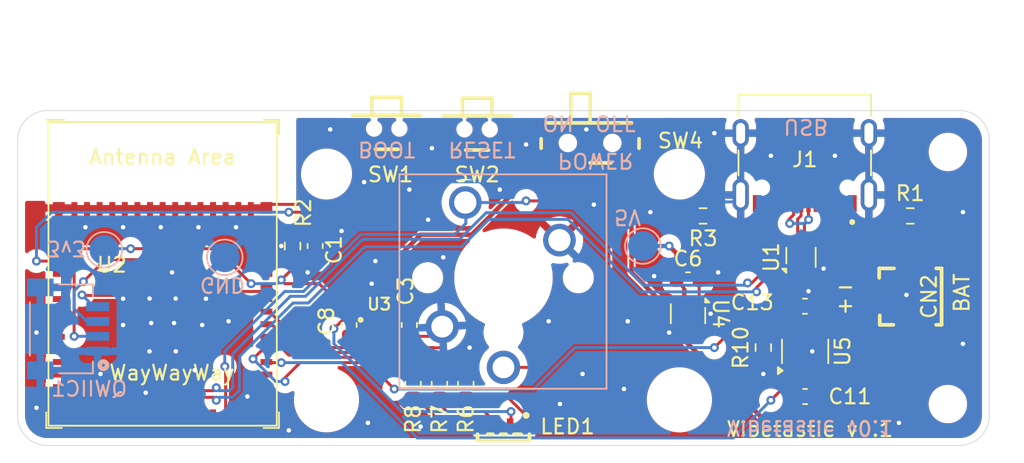
<source format=kicad_pcb>
(kicad_pcb (version 20241229) (generator "pcbnew") (generator_version "9.0")
  (layers (0 "F.Cu" signal) (2 "B.Cu" signal) (13 "F.Paste" user) (15 "B.Paste" user) (5 "F.SilkS" user "F.Silkscreen") (7 "B.SilkS" user "B.Silkscreen") (1 "F.Mask" user) (3 "B.Mask" user) (25 "Edge.Cuts" user))
  (net 0 "")
  (net 1 "GND")
  (net 2 "EN")
  (net 3 "Net-(LED1---Pad3)")
  (net 4 "+3V3")
  (net 5 "Net-(LED1---Pad1)")
  (net 6 "PWR")
  (net 7 "BAT+")
  (net 8 "Net-(LED1---Pad4)")
  (net 9 "USB_D-")
  (net 12 "Net-(J1-CC1)")
  (net 13 "Net-(J1-CC2)")
  (net 14 "RX")
  (net 15 "Net-(U5-PROG)")
  (net 16 "KEY")
  (net 17 "USB_D_IN-")
  (net 18 "USB_D_IN+")
  (net 19 "+5V")
  (net 22 "IO0")
  (net 24 "~{CHRG}")
  (net 26 "~{STDBY}")
  (net 28 "USB_D+")
  (net 30 "TX")
  (net 48 "PWR_IN")
  (net 53 "~{RED}")
  (net 54 "~{GREEN}")
  (net 55 "~{BLUE}")
  (footprint "Capacitor_SMD:C_0603_1608Metric" (layer "F.Cu") (at 165.621 86.868 180)
    (property "Reference" "C13")
    (property "Value" "2.2uF")
  )
  (footprint "easyeda2kicad:SW-SMD_TS24CA" (layer "F.Cu") (at 143.51 75.692)
    (property "Reference" "SW2")
    (property "Value" "TS24CA")
  )
  (footprint "Resistor_SMD:R_0603_1608Metric" (layer "F.Cu") (at 131.064 82.804 90)
    (property "Reference" "R2")
    (property "Value" "5.1K")
  )
  (footprint "Resistor_SMD:R_0603_1608Metric" (layer "F.Cu") (at 172.72 80.772 180)
    (property "Reference" "R1")
    (property "Value" "5.1K")
  )
  (footprint "Capacitor_SMD:C_0603_1608Metric" (layer "F.Cu") (at 132.588 82.804 -90)
    (property "Reference" "C1")
    (property "Value" "1uF")
  )
  (footprint "Resistor_SMD:R_0603_1608Metric" (layer "F.Cu") (at 158.75 80.772)
    (property "Reference" "R3")
    (property "Value" "5.1K")
  )
  (footprint "easyeda2kicad:SW-SMD_TS24CA" (layer "F.Cu") (at 137.414 75.642)
    (property "Reference" "SW1")
    (property "Value" "TS24CA")
  )
  (footprint "easyeda2kicad:CONN-SMD_1251SMT-2P" (layer "F.Cu") (at 171.456 86.218 90)
    (property "Reference" "CN2")
    (property "Value" "1251SMT-2P_C132528")
  )
  (footprint "Package_TO_SOT_SMD:SOT-23-6" (layer "F.Cu") (at 165.634 89.916 90)
    (property "Reference" "U5")
    (property "Value" "TP4057")
  )
  (footprint "Package_TO_SOT_SMD:SOT-666" (layer "F.Cu") (at 165.354 83.566 90)
    (property "Reference" "U1")
    (property "Value" "USBLC6-2P6")
  )
  (footprint "Capacitor_SMD:C_0603_1608Metric" (layer "F.Cu") (at 165.634 92.964 180)
    (property "Reference" "C11")
    (property "Value" "2.2uF")
  )
  (footprint "MountingHole:MountingHole_2.2mm_M2" (layer "F.Cu") (at 175.26 76.454)
    (property "Reference" "H1" (hide yes))
    (property "Value" "MountingHole")
  )
  (footprint "Resistor_SMD:R_0603_1608Metric" (layer "F.Cu") (at 142.748 92.202 90)
    (property "Reference" "R6")
    (property "Value" "220")
  )
  (footprint "NCP167BMX330TBG:VREG_NCP167BMX330TBG" (layer "F.Cu") (at 136.906 88.138)
    (property "Reference" "U3")
    (property "Value" "NCP167BMX330TBG")
  )
  (footprint "LED-SMD_L3.5-W1.0-H1.2-FM-3510RGBA-SG:LED-SMD_FM-3510RGBA-SG" (layer "F.Cu") (at 145.348 94.875 180)
    (property "Reference" "LED1")
    (property "Value" "FM-3510RGBA-SG")
  )
  (footprint "Capacitor_SMD:C_0603_1608Metric" (layer "F.Cu") (at 157.734 85.09)
    (property "Reference" "C6")
    (property "Value" "2.2uF")
  )
  (footprint "Package_TO_SOT_SMD:SOT-583-8" (layer "F.Cu") (at 157.734 87.376 -90)
    (property "Reference" "U4")
    (property "Value" "TPS2117DRLR_C22399676")
  )
  (footprint "TYPE-C-31-M-12:HRO_TYPE-C-31-M-12" (layer "F.Cu") (at 165.608 75.184 180)
    (property "Reference" "J1")
    (property "Value" "TYPE-C-31-M-12")
  )
  (footprint "easyeda2kicad:SW-SMD_MK-12C02-G020" (layer "F.Cu") (at 151.13 76.2 180)
    (property "Reference" "SW4")
    (property "Value" "MK-12C02-G020")
  )
  (footprint "PCM_Espressif:ESP32-S3-MINI-1" (layer "F.Cu") (at 122.3 87.234)
    (property "Reference" "U2")
    (property "Value" "ESP32-S3-MINI-1")
  )
  (footprint "Resistor_SMD:R_0603_1608Metric" (layer "F.Cu") (at 139.192 92.202 90)
    (property "Reference" "R8")
    (property "Value" "100")
  )
  (footprint "MountingHole:MountingHole_2.2mm_M2" (layer "F.Cu") (at 175.26 93.472)
    (property "Reference" "H2" (hide yes))
    (property "Value" "MountingHole")
  )
  (footprint "Resistor_SMD:R_0603_1608Metric" (layer "F.Cu") (at 140.97 92.202 90)
    (property "Reference" "R7")
    (property "Value" "100")
  )
  (footprint "Capacitor_SMD:C_0603_1608Metric" (layer "F.Cu") (at 138.938 88.138 -90)
    (property "Reference" "C3")
    (property "Value" "22uF")
  )
  (footprint "Resistor_SMD:R_0603_1608Metric" (layer "F.Cu") (at 162.814 89.662 -90)
    (property "Reference" "R10")
    (property "Value" "2.2K")
  )
  (footprint "Capacitor_SMD:C_0603_1608Metric" (layer "F.Cu") (at 134.874 88.138 -90)
    (property "Reference" "C8")
    (property "Value" "22uF")
  )
  (footprint "TestPoint:TestPoint_Pad_D2.0mm" (layer "B.Cu") (at 126.492 83.566)
    (property "Reference" "TP3" (hide yes))
    (property "Value" "TestPoint")
  )
  (footprint "TestPoint:TestPoint_Pad_D2.0mm" (layer "B.Cu") (at 118.364 83.058)
    (property "Reference" "TP2" (hide yes))
    (property "Value" "TestPoint")
  )
  (footprint "TestPoint:TestPoint_Pad_D2.0mm" (layer "B.Cu") (at 154.686 82.804)
    (property "Reference" "TP1" (hide yes))
    (property "Value" "TestPoint")
  )
  (footprint "Cherry MX:Cherry-combined-low-mx" (layer "B.Cu") (at 145.253 85.073 180)
    (property "Reference" "SW3" (hide yes))
    (property "Value" "SW_Push" (hide yes))
  )
  (footprint "SM04B-SRSS-TB_LF__SN_:JST_SM04B-SRSS-TB_LF__SN_" (layer "B.Cu") (at 117.921 88.398 90)
    (property "Reference" "QWIIC1")
    (property "Value" "SM04B-SRSS-TB_LF__SN_")
  )
  (gr_arc (start 176.054 73.66) (mid 177.468214 74.245786) (end 178.054 75.66) (stroke (width 0.05)) (layer "Edge.Cuts"))
  (gr_arc (start 114.522 96.266) (mid 113.107786 95.680214) (end 112.522 94.266) (stroke (width 0.05)) (layer "Edge.Cuts"))
  (gr_arc (start 178.054 94.266) (mid 177.468214 95.680214) (end 176.054 96.266) (stroke (width 0.05)) (layer "Edge.Cuts"))
  (gr_arc (start 112.522 75.66) (mid 113.107786 74.245786) (end 114.522 73.66) (stroke (width 0.05)) (layer "Edge.Cuts"))
  (gr_line (start 178.054 75.66) (end 178.054 94.266) (stroke (width 0.05)) (layer "Edge.Cuts"))
  (gr_line (start 112.522 94.266) (end 112.522 75.66) (stroke (width 0.05)) (layer "Edge.Cuts"))
  (gr_line (start 176.054 96.266) (end 114.522 96.266) (stroke (width 0.05)) (layer "Edge.Cuts"))
  (gr_line (start 114.522 73.66) (end 176.054 73.66) (stroke (width 0.05)) (layer "Edge.Cuts"))
  (gr_text "Vibetastic v0.1" (at 160.274 95.758 0) (layer "F.SilkS") (effects (font (size 1 1)) (justify left bottom)))
  (gr_text "+" (at 167.64 87.376 0) (layer "F.SilkS") (effects (font (size 1 1)) (justify left bottom)))
  (gr_text "-" (at 167.64 86.106 0) (layer "F.SilkS") (effects (font (size 1 1)) (justify left bottom)))
  (gr_text "BAT" (at 176.784 87.376 90) (layer "F.SilkS") (effects (font (size 1 1)) (justify left bottom)))
  (gr_text "WayWayWay" (at 118.618 91.948 0) (layer "F.SilkS") (effects (font (size 1 1)) (justify left bottom)))
  (gr_text "POWER" (at 148.844 76.454 180) (layer "B.SilkS") (effects (font (size 1 1)) (justify left bottom mirror)))
  (gr_text "OFF" (at 151.384 73.914 180) (layer "B.SilkS") (effects (font (size 1 1)) (justify left bottom mirror)))
  (gr_text "Vibetastic v0.1" (at 160.274 94.488 180) (layer "B.SilkS") (effects (font (size 1 1)) (justify left bottom mirror)))
  (gr_text "RESET" (at 141.478 75.692 180) (layer "B.SilkS") (effects (font (size 1 1)) (justify left bottom mirror)))
  (gr_text "GND" (at 124.714 84.836 180) (layer "B.SilkS") (effects (font (size 1 1)) (justify left bottom mirror)))
  (gr_text "5V" (at 152.654 80.264 180) (layer "B.SilkS") (effects (font (size 1 1)) (justify left bottom mirror)))
  (gr_text "BOOT" (at 135.382 75.692 180) (layer "B.SilkS") (effects (font (size 1 1)) (justify left bottom mirror)))
  (gr_text "USB" (at 164.084 74.168 180) (layer "B.SilkS") (effects (font (size 1 1)) (justify left bottom mirror)))
  (gr_text "3v3" (at 114.371008 82.375771 180) (layer "B.SilkS") (effects (font (size 1 1)) (justify left bottom mirror)))
  (gr_text "ON" (at 147.828 73.914 180) (layer "B.SilkS") (effects (font (size 1 1)) (justify left bottom mirror)))
  (segment (start 135.744 78.34) (end 135.89 78.486) (width 0.2) (layer "F.Cu") (net 1))
  (segment (start 135.114 74.872) (end 133.662 74.872) (width 0.2) (layer "F.Cu") (net 1))
  (segment (start 120.41 85.584) (end 119.634 86.36) (width 0.2) (layer "F.Cu") (net 1))
  (segment (start 130.302 82.804) (end 131.813 82.804) (width 0.2) (layer "F.Cu") (net 1))
  (segment (start 134.874 88.913) (end 136.051 88.913) (width 0.2) (layer "F.Cu") (net 1))
  (segment (start 120.38 88.884) (end 119.634 88.138) (width 0.2) (layer "F.Cu") (net 1))
  (segment (start 138.869957 88.981043) (end 136.119043 88.981043) (width 0.2) (layer "F.Cu") (net 1))
  (segment (start 120.538 87.234) (end 119.634 88.138) (width 0.2) (layer "F.Cu") (net 1))
  (segment (start 121.419 86.353) (end 123.07 88.004) (width 0.2) (layer "F.Cu") (net 1))
  (segment (start 141.21 75.452) (end 140.462 76.2) (width 0.2) (layer "F.Cu") (net 1))
  (segment (start 127.4 80.234) (end 127.4 81.388) (width 0.2) (layer "F.Cu") (net 1))
  (segment (start 156.984 86.636) (end 156.718 86.37) (width 0.2) (layer "F.Cu") (net 1))
  (segment (start 164.859 92.964) (end 165.634 92.189) (width 0.2) (layer "F.Cu") (net 1))
  (segment (start 122.3 89.028) (end 121.412 89.916) (width 0.2) (layer "F.Cu") (net 1))
  (segment (start 129.3 82.984) (end 130.122 82.984) (width 0.2) (layer "F.Cu") (net 1))
  (segment (start 128.03 92.964) (end 129.3 94.234) (width 0.2) (layer "F.Cu") (net 1))
  (segment (start 122.3 81.408) (end 122.174 81.534) (width 0.2) (layer "F.Cu") (net 1))
  (segment (start 119.75 81.418) (end 119.634 81.534) (width 0.2) (layer "F.Cu") (net 1))
  (segment (start 165.631642 83.865) (end 166.415 83.865) (width 0.2) (layer "F.Cu") (net 1))
  (segment (start 155.448 85.344) (end 155.448 84.836) (width 0.2) (layer "F.Cu") (net 1))
  (segment (start 156.74 86.636) (end 155.448 85.344) (width 0.2) (layer "F.Cu") (net 1))
  (segment (start 117.2 80.234) (end 117.2 81.428) (width 0.2) (layer "F.Cu") (net 1))
  (segment (start 156.984 86.636) (end 156.74 86.636) (width 0.2) (layer "F.Cu") (net 1))
  (segment (start 124.85 80.234) (end 124.85 81.398) (width 0.2) (layer "F.Cu") (net 1))
  (segment (start 130.122 82.984) (end 130.302 82.804) (width 0.2) (layer "F.Cu") (net 1))
  (segment (start 129.544 79.99) (end 134.386 79.99) (width 0.2) (layer "F.Cu") (net 1))
  (segment (start 122.3 85.218) (end 122.936 84.582) (width 0.2) (layer "F.Cu") (net 1))
  (segment (start 127.4 81.388) (end 127.254 81.534) (width 0.2) (layer "F.Cu") (net 1))
  (segment (start 121.531 88.003) (end 123.182 86.352) (width 0.2) (layer "F.Cu") (net 1))
  (segment (start 122.3 80.234) (end 122.3 81.408) (width 0.2) (layer "F.Cu") (net 1))
  (segment (start 165.634 90.398) (end 166.116 89.916) (width 0.2) (layer "F.Cu") (net 1))
  (segment (start 156.984 88.126) (end 156.464 88.646) (width 0.2) (layer "F.Cu") (net 1))
  (segment (start 124.064 87.234) (end 124.968 88.138) (width 0.2) (layer "F.Cu") (net 1))
  (segment (start 123.95 88.884) (end 120.65 88.884) (width 0.2) (layer "F.Cu") (net 1))
  (segment (start 120.65 87.234) (end 123.95 87.234) (width 0.2) (layer "F.Cu") (net 1))
  (segment (start 121.531 88.003) (end 120.65 88.884) (width 0.2) (layer "F.Cu") (net 1))
  (segment (start 122.936 84.582) (end 122.948 84.582) (width 0.2) (layer "F.Cu") (net 1))
  (segment (start 122.948 84.582) (end 123.95 85.584) (width 0.2) (layer "F.Cu") (net 1))
  (segment (start 136.826 88.138) (end 136.501 88.463) (width 0.2) (layer "F.Cu") (net 1))
  (segment (start 136.051 88.913) (end 136.501 88.463) (width 0.2) (layer "F.Cu") (net 1))
  (segment (start 120.65 85.584) (end 123.95 85.584) (width 0.2) (layer "F.Cu") (net 1))
  (segment (start 165.634 92.189) (end 165.634 91.0535) (width 0.2) (layer "F.Cu") (net 1))
  (segment (start 165.354 84.491) (end 165.354 84.142642) (width 0.2) (layer "F.Cu") (net 1))
  (segment (start 156.718 86.37) (end 156.718 86.36) (width 0.2) (layer "F.Cu") (net 1))
  (segment (start 115.3 80.234) (end 129.3 80.234) (width 0.2) (layer "F.Cu") (net 1))
  (segment (start 158.484 86.636) (end 158.484 85.115) (width 0.2) (layer "F.Cu") (net 1))
  (segment (start 138.951 88.9) (end 141.478 88.9) (width 0.2) (layer "F.Cu") (net 1))
  (segment (start 132.08 84.582) (end 132.588 84.074) (width 0.2) (layer "F.Cu") (net 1))
  (segment (start 124.85 81.398) (end 124.714 81.534) (width 0.2) (layer "F.Cu") (net 1))
  (segment (start 120.65 85.584) (end 121.419 86.353) (width 0.2) (layer "F.Cu") (net 1))
  (segment (start 133.662 74.872) (end 133.604 74.93) (width 0.2) (layer "F.Cu") (net 1))
  (segment (start 115.3 80.234) (end 115.3 82.134) (width 0.2) (layer "F.Cu") (net 1))
  (segment (start 136.119043 88.981043) (end 136.051 88.913) (width 0.2) (layer "F.Cu") (net 1))
  (segment (start 164.846 86.868) (end 165.862 85.852) (width 0.2) (layer "F.Cu") (net 1))
  (segment (start 124.348 87.234) (end 125.222 86.36) (width 0.2) (layer "F.Cu") (net 1))
  (segment (start 141.21 74.922) (end 141.21 75.452) (width 0.2) (layer "F.Cu") (net 1))
  (segment (start 134.386 79.99) (end 135.89 78.486) (width 0.2) (layer "F.Cu") (net 1))
  (segment (start 119.776 86.36) (end 120.65 87.234) (width 0.2) (layer "F.Cu") (net 1))
  (segment (start 159.258 85.09) (end 159.766 84.582) (width 0.2) (layer "F.Cu") (net 1))
  (segment (start 129.3 80.234) (end 129.544 79.99) (width 0.2) (layer "F.Cu") (net 1))
  (segment (start 117.2 81.428) (end 117.094 81.534) (width 0.2) (layer "F.Cu") (net 1))
  (segment (start 124.222 88.884) (end 124.968 88.138) (width 0.2) (layer "F.Cu") (net 1))
  (segment (start 165.634 91.0535) (end 165.634 90.398) (width 0.2) (layer "F.Cu") (net 1))
  (segment (start 135.744 76.412) (end 135.744 78.34) (width 0.2) (layer "F.Cu") (net 1))
  (segment (start 123.95 89.156) (end 123.19 89.916) (width 0.2) (layer "F.Cu") (net 1))
  (segment (start 158.509 85.09) (end 159.258 85.09) (width 0.2) (layer "F.Cu") (net 1))
  (segment (start 123.95 85.584) (end 123.182 86.352) (width 0.2) (layer "F.Cu") (net 1))
  (segment (start 139.714 74.872) (end 141.16 74.872) (width 0.2) (layer "F.Cu") (net 1))
  (segment (start 119.634 86.36) (end 119.776 86.36) (width 0.2) (layer "F.Cu") (net 1))
  (segment (start 120.65 89.154) (end 121.412 89.916) (width 0.2) (layer "F.Cu") (net 1))
  (segment (start 129.3 83.834) (end 129.3 82.984) (width 0.2) (layer "F.Cu") (net 1))
  (segment (start 123.07 88.004) (end 123.95 88.884) (width 0.2) (layer "F.Cu") (net 1))
  (segment (start 131.813 82.804) (end 132.588 83.579) (width 0.2) (layer "F.Cu") (net 1))
  (segment (start 120.65 85.584) (end 120.65 88.884) (width 0.2) (layer "F.Cu") (net 1))
  (segment (start 158.518 86.636) (end 159.258 87.376) (width 0.2) (layer "F.Cu") (net 1))
  (segment (start 166.415 83.865) (end 166.878 84.328) (width 0.2) (layer "F.Cu") (net 1))
  (segment (start 132.588 84.074) (end 132.588 83.579) (width 0.2) (layer "F.Cu") (net 1))
  (segment (start 162.814 90.487) (end 162.814 91.44) (width 0.2) (layer "F.Cu") (net 1))
  (segment (start 124.446 85.584) (end 125.222 86.36) (width 0.2) (layer "F.Cu") (net 1))
  (segment (start 128.016 92.964) (end 128.03 92.964) (width 0.2) (layer "F.Cu") (net 1))
  (segment (start 119.75 80.234) (end 119.75 81.418) (width 0.2) (layer "F.Cu") (net 1))
  (segment (start 123.95 85.584) (end 123.95 88.884) (width 0.2) (layer "F.Cu") (net 1))
  (segment (start 165.354 84.142642) (end 165.631642 83.865) (width 0.2) (layer "F.Cu") (net 1))
  (segment (start 122.3 89.026) (end 123.19 89.916) (width 0.2) (layer "F.Cu") (net 1))
  (via (at 123.19 89.916) (size 0.6) (drill 0.3) (layers "F.Cu" "B.Cu") (net 1))
  (via (at 119.634 88.138) (size 0.6) (drill 0.3) (layers "F.Cu" "B.Cu") (net 1))
  (via (at 139.7 94.996) (size 0.6) (drill 0.3) (layers "F.Cu" "B.Cu") (net 1))
  (via (at 125.222 86.36) (size 0.6) (drill 0.3) (layers "F.Cu" "B.Cu") (net 1))
  (via (at 123.07 88.004) (size 0.6) (drill 0.3) (layers "F.Cu" "B.Cu") (net 1))
  (via (at 150.876 74.93) (size 0.6) (drill 0.3) (layers "F.Cu" "B.Cu") (net 1))
  (via (at 117.094 81.534) (size 0.6) (drill 0.3) (layers "F.Cu" "B.Cu") (net 1))
  (via (at 126.746 87.884) (size 0.6) (drill 0.3) (layers "F.Cu" "B.Cu") (net 1))
  (via (at 162.814 91.44) (size 0.6) (drill 0.3) (layers "F.Cu" "B.Cu") (net 1))
  (via (at 171.958 94.742) (size 0.6) (drill 0.3) (layers "F.Cu" "B.Cu") (net 1))
  (via (at 122.174 81.534) (size 0.6) (drill 0.3) (layers "F.Cu" "B.Cu") (net 1))
  (via (at 136.398 85.344) (size 0.6) (drill 0.3) (layers "F.Cu" "B.Cu") (net 1))
  (via (at 121.531 88.003) (size 0.6) (drill 0.3) (layers "F.Cu" "B.Cu") (net 1))
  (via (at 127.254 81.534) (size 0.6) (drill 0.3) (layers "F.Cu" "B.Cu") (net 1))
  (via (at 153.416 92.456) (size 0.6) (drill 0.3) (layers "F.Cu" "B.Cu") (net 1))
  (via (at 123.182 86.352) (size 0.6) (drill 0.3) (layers "F.Cu" "B.Cu") (net 1))
  (via (at 124.714 81.534) (size 0.6) (drill 0.3) (layers "F.Cu" "B.Cu") (net 1))
  (via (at 159.766 84.582) (size 0.6) (drill 0.3) (layers "F.Cu" "B.Cu") (net 1))
  (via (at 155.448 84.836) (size 0.6) (drill 0.3) (layers "F.Cu" "B.Cu") (net 1))
  (via (at 136.144 94.742) (size 0.6) (drill 0.3) (layers "F.Cu" "B.Cu") (net 1))
  (via (at 146.812 75.946) (size 0.6) (drill 0.3) (layers "F.Cu" "B.Cu") (net 1))
  (via (at 128.016 92.964) (size 0.6) (drill 0.3) (layers "F.Cu" "B.Cu") (net 1))
  (via (at 143.002 89.662) (size 0.6) (drill 0.3) (layers "F.Cu" "B.Cu") (net 1))
  (via (at 132.08 84.582) (size 0.6) (drill 0.3) (layers "F.Cu" "B.Cu") (net 1))
  (via (at 121.412 89.916) (size 0.6) (drill 0.3) (layers "F.Cu" "B.Cu") (net 1))
  (via (at 167.64 76.708) (size 0.6) (drill 0.3) (layers "F.Cu" "B.Cu") (net 1))
  (via (at 136.652 83.82) (size 0.6) (drill 0.3) (layers "F.Cu" "B.Cu") (net 1))
  (via (at 148.336 87.884) (size 0.6) (drill 0.3) (layers "F.Cu" "B.Cu") (net 1))
  (via (at 150.622 91.44) (size 0.6) (drill 0.3) (layers "F.Cu" "B.Cu") (net 1))
  (via (at 149.098 93.472) (size 0.6) (drill 0.3) (layers "F.Cu" "B.Cu") (net 1))
  (via (at 130.302 82.804) (size 0.6) (drill 0.3) (layers "F.Cu" "B.Cu") (net 1))
  (via (at 140.208 81.026) (size 0.6) (drill 0.3) (layers "F.Cu" "B.Cu") (net 1))
  (via (at 153.67 87.884) (size 0.6) (drill 0.3) (layers "F.Cu" "B.Cu") (net 1))
  (via (at 130.81 95.25) (size 0.6) (drill 0.3) (layers "F.Cu" "B.Cu") (net 1))
  (via (at 119.634 81.534) (size 0.6) (drill 0.3) (layers "F.Cu" "B.Cu") (net 1))
  (via (at 118.11 91.44) (size 0.6) (drill 0.3) (layers "F.Cu" "B.Cu") (net 1))
  (via (at 159.258 87.376) (size 0.6) (drill 0.3) (layers "F.Cu" "B.Cu") (net 1))
  (via (at 122.936 84.582) (size 0.6) (drill 0.3) (layers "F.Cu" "B.Cu") (net 1))
  (via (at 172.466 86.106) (size 0.6) (drill 0.3) (layers "F.Cu" "B.Cu") (net 1))
  (via (at 176.276 80.518) (size 0.6) (drill 0.3) (layers "F.Cu" "B.Cu") (net 1))
  (via (at 140.462 76.2) (size 0.6) (drill 0.3) (layers "F.Cu" "B.Cu") (net 1))
  (via (at 121.158 92.71) (size 0.6) (drill 0.3) (layers "F.Cu" "B.Cu") (net 1))
  (via (at 141.224 83.566) (size 0.6) (drill 0.3) (layers "F.Cu" "B.Cu") (net 1))
  (via (at 166.878 84.328) (size 0.6) (drill 0.3) (layers "F.Cu" "B.Cu") (net 1))
  (via (at 145.034 78.994) (size 0.6) (drill 0.3) (layers "F.Cu" "B.Cu") (net 1))
  (via (at 151.384 80.01) (size 0.6) (drill 0.3) (layers "F.Cu" "B.Cu") (net 1))
  (via (at 176.276 89.408) (size 0.6) (drill 0.3) (layers "F.Cu" "B.Cu") (net 1))
  (via (at 159.512 75.184) (size 0.6) (drill 0.3) (layers "F.Cu" "B.Cu") (net 1))
  (via (at 124.46 91.186) (size 0.6) (drill 0.3) (layers "F.Cu" "B.Cu") (net 1))
  (via (at 133.604 74.93) (size 0.6) (drill 0.3) (layers "F.Cu" "B.Cu") (net 1))
  (via (at 165.862 85.852) (size 0.6) (drill 0.3) (layers "F.Cu" "B.Cu") (net 1))
  (via (at 119.634 86.36) (size 0.6) (drill 0.3) (layers "F.Cu" "B.Cu") (net 1))
  (via (at 163.322 76.708) (size 0.6) (drill 0.3) (layers "F.Cu" "B.Cu") (net 1))
  (via (at 135.89 78.486) (size 0.6) (drill 0.3) (layers "F.Cu" "B.Cu") (net 1))
  (via (at 113.792 93.726) (size 0.6) (drill 0.3) (layers "F.Cu" "B.Cu") (net 1))
  (via (at 156.464 88.646) (size 0.6) (drill 0.3) (layers "F.Cu" "B.Cu") (net 1))
  (via (at 121.419 86.353) (size 0.6) (drill 0.3) (layers "F.Cu" "B.Cu") (net 1))
  (via (at 155.194 80.518) (size 0.6) (drill 0.3) (layers "F.Cu" "B.Cu") (net 1))
  (via (at 113.792 88.646) (size 0.6) (drill 0.3) (layers "F.Cu" "B.Cu") (net 1))
  (via (at 138.938 78.994) (size 0.6) (drill 0.3) (layers "F.Cu" "B.Cu") (net 1))
  (via (at 124.968 88.138) (size 0.6) (drill 0.3) (layers "F.Cu" "B.Cu") (net 1))
  (via (at 166.116 89.916) (size 0.6) (drill 0.3) (layers "F.Cu" "B.Cu") (net 1))
  (via (at 134.366 81.788) (size 0.6) (drill 0.3) (layers "F.Cu" "B.Cu") (net 1))
  (segment (start 135.89 78.486) (end 135.911 78.465) (width 0.2) (layer "B.Cu") (net 1))
  (segment (start 135.911 78.465) (end 155.013279 78.465) (width 0.2) (layer "B.Cu") (net 1))
  (segment (start 155.013279 78.465) (end 156.374279 79.826) (width 0.2) (layer "B.Cu") (net 1))
  (segment (start 160.811 79.826) (end 161.283 79.354) (width 0.2) (layer "B.Cu") (net 1))
  (segment (start 156.374279 79.826) (end 160.811 79.826) (width 0.2) (layer "B.Cu") (net 1))
  (segment (start 132.538 81.979) (end 131.064 81.979) (width 0.2) (layer "F.Cu") (net 2))
  (segment (start 129.3 81.284) (end 130.369 81.284) (width 0.2) (layer "F.Cu") (net 2))
  (segment (start 144.182 77.47) (end 145.19 76.462) (width 0.2) (layer "F.Cu") (net 2))
  (segment (start 132.588 81.788) (end 133.35 81.026) (width 0.2) (layer "F.Cu") (net 2))
  (segment (start 138.684 77.47) (end 144.182 77.47) (width 0.2) (layer "F.Cu") (net 2))
  (segment (start 130.369 81.284) (end 131.064 81.979) (width 0.2) (layer "F.Cu") (net 2))
  (segment (start 135.128 81.026) (end 138.684 77.47) (width 0.2) (layer "F.Cu") (net 2))
  (segment (start 133.35 81.026) (end 135.128 81.026) (width 0.2) (layer "F.Cu") (net 2))
  (segment (start 141.478 93.98) (end 140.97 93.472) (width 0.2) (layer "F.Cu") (net 3))
  (segment (start 144.838 94.815) (end 144.003 93.98) (width 0.2) (layer "F.Cu") (net 3))
  (segment (start 144.003 93.98) (end 141.478 93.98) (width 0.2) (layer "F.Cu") (net 3))
  (segment (start 140.97 93.472) (end 140.97 93.027) (width 0.2) (layer "F.Cu") (net 3))
  (segment (start 130.556 85.344) (end 132.855 85.344) (width 0.2) (layer "F.Cu") (net 4))
  (segment (start 145.796 93.98) (end 145.796 94.757) (width 0.2) (layer "F.Cu") (net 4))
  (segment (start 128.27 85.344) (end 125.91 82.984) (width 0.2) (layer "F.Cu") (net 4))
  (segment (start 116.332 82.984) (end 115.3 82.984) (width 0.2) (layer "F.Cu") (net 4))
  (segment (start 132.855 85.344) (end 134.874 87.363) (width 0.2) (layer "F.Cu") (net 4))
  (segment (start 130.302 85.09) (end 130.556 85.344) (width 0.2) (layer "F.Cu") (net 4))
  (segment (start 134.874 87.363) (end 136.051 87.363) (width 0.2) (layer "F.Cu") (net 4))
  (segment (start 131.064 84.328) (end 131.064 83.629) (width 0.2) (layer "F.Cu") (net 4))
  (segment (start 130.302 85.09) (end 131.064 84.328) (width 0.2) (layer "F.Cu") (net 4))
  (segment (start 120.142 82.984) (end 116.332 82.984) (width 0.2) (layer "F.Cu") (net 4))
  (segment (start 125.91 82.984) (end 120.142 82.984) (width 0.2) (layer "F.Cu") (net 4))
  (segment (start 133.8515 88.3855) (end 134.874 87.363) (width 0.2) (layer "F.Cu") (net 4))
  (segment (start 116.332 82.984) (end 116.332 88.9) (width 0.2) (layer "F.Cu") (net 4))
  (segment (start 136.051 87.363) (end 136.469312 87.781312) (width 0.2) (layer "F.Cu") (net 4))
  (via (at 128.27 85.344) (size 0.6) (drill 0.3) (layers "F.Cu" "B.Cu") (net 4))
  (via (at 145.796 93.98) (size 0.6) (drill 0.3) (layers "F.Cu" "B.Cu") (net 4))
  (via (at 120.142 82.984) (size 0.6) (drill 0.3) (layers "F.Cu" "B.Cu") (net 4))
  (via (at 133.8515 88.3855) (size 0.6) (drill 0.3) (layers "F.Cu" "B.Cu") (net 4))
  (via (at 116.332 88.9) (size 0.6) (drill 0.3) (layers "F.Cu" "B.Cu") (net 4))
  (via (at 130.302 85.09) (size 0.6) (drill 0.3) (layers "F.Cu" "B.Cu") (net 4))
  (segment (start 133.8515 88.3855) (end 133.8515 89.4015) (width 0.2) (layer "B.Cu") (net 4))
  (segment (start 133.8515 89.4015) (end 138.43 93.98) (width 0.2) (layer "B.Cu") (net 4))
  (segment (start 138.43 93.98) (end 145.796 93.98) (width 0.2) (layer "B.Cu") (net 4))
  (segment (start 116.332 88.9) (end 117.665 88.9) (width 0.2) (layer "B.Cu") (net 4))
  (segment (start 130.048 85.344) (end 128.27 85.344) (width 0.2) (layer "B.Cu") (net 4))
  (segment (start 130.302 85.09) (end 130.048 85.344) (width 0.2) (layer "B.Cu") (net 4))
  (segment (start 120.142 82.984) (end 118.438 82.984) (width 0.2) (layer "B.Cu") (net 4))
  (segment (start 142.748 93.027) (end 145.589705 93.027) (width 0.2) (layer "F.Cu") (net 5))
  (segment (start 145.589705 93.027) (end 146.808 94.245295) (width 0.2) (layer "F.Cu") (net 5))
  (segment (start 146.808 94.245295) (end 146.808 94.935) (width 0.2) (layer "F.Cu") (net 5))
  (segment (start 138.938 87.363) (end 137.761 87.363) (width 0.3) (layer "F.Cu") (net 6))
  (segment (start 138.938 87.363) (end 138.545086 87.363) (width 0.3) (layer "F.Cu") (net 6))
  (segment (start 146.687844 78.486) (end 148.084 78.486) (width 0.3) (layer "F.Cu") (net 6))
  (segment (start 148.084 78.486) (end 148.88 77.69) (width 0.3) (layer "F.Cu") (net 6))
  (segment (start 138.938 87.363) (end 138.43 86.855) (width 0.3) (layer "F.Cu") (net 6))
  (segment (start 143.131844 82.042) (end 146.687844 78.486) (width 0.3) (layer "F.Cu") (net 6))
  (segment (start 138.43 86.855) (end 138.43 83.312) (width 0.3) (layer "F.Cu") (net 6))
  (segment (start 139.7 82.042) (end 143.131844 82.042) (width 0.3) (layer "F.Cu") (net 6))
  (segment (start 137.761 87.363) (end 137.378043 87.745957) (width 0.3) (layer "F.Cu") (net 6))
  (segment (start 138.545086 87.363) (end 137.378043 88.530043) (width 0.3) (layer "F.Cu") (net 6))
  (segment (start 138.43 83.312) (end 139.7 82.042) (width 0.3) (layer "F.Cu") (net 6))
  (segment (start 166.584 91.0535) (end 166.584 92.789) (width 0.3) (layer "F.Cu") (net 7))
  (segment (start 169.926 86.838) (end 169.926 87.7115) (width 0.3) (layer "F.Cu") (net 7))
  (segment (start 164.885 94.488) (end 166.409 92.964) (width 0.3) (layer "F.Cu") (net 7))
  (segment (start 162.814 94.488) (end 164.885 94.488) (width 0.3) (layer "F.Cu") (net 7))
  (segment (start 157.484 89.158) (end 162.814 94.488) (width 0.3) (layer "F.Cu") (net 7))
  (segment (start 157.484 88.116) (end 157.484 89.158) (width 0.3) (layer "F.Cu") (net 7))
  (segment (start 169.926 87.7115) (end 166.584 91.0535) (width 0.3) (layer "F.Cu") (net 7))
  (segment (start 139.383 93.027) (end 140.913 94.557) (width 0.2) (layer "F.Cu") (net 8))
  (segment (start 143.51 94.557) (end 143.888 94.935) (width 0.2) (layer "F.Cu") (net 8))
  (segment (start 140.913 94.557) (end 143.51 94.557) (width 0.2) (layer "F.Cu") (net 8))
  (segment (start 122.722 93.432) (end 122.722 93.812) (width 0.2) (layer "F.Cu") (net 9))
  (segment (start 122.722 93.812) (end 122.3 94.234) (width 0.2) (layer "F.Cu") (net 9))
  (segment (start 162.915801 84.416) (end 162.034322 85.297479) (width 0.2) (layer "F.Cu") (net 9))
  (segment (start 162.034322 85.297479) (end 161.751479 85.297479) (width 0.2) (layer "F.Cu") (net 9))
  (segment (start 164.8165 84.416) (end 162.915801 84.416) (width 0.2) (layer "F.Cu") (net 9))
  (segment (start 123.585193 92.568807) (end 122.722 93.432) (width 0.2) (layer "F.Cu") (net 9))
  (segment (start 125.920411 92.368808) (end 125.720412 92.568807) (width 0.2) (layer "F.Cu") (net 9))
  (segment (start 125.720412 92.568807) (end 123.585193 92.568807) (width 0.2) (layer "F.Cu") (net 9))
  (via (at 161.751479 85.297479) (size 0.6) (drill 0.3) (layers "F.Cu" "B.Cu") (net 9))
  (via (at 125.920411 92.368808) (size 0.6) (drill 0.3) (layers "F.Cu" "B.Cu") (net 9))
  (segment (start 149.83053 80.55302) (end 144.120321 80.55302) (width 0.2) (layer "B.Cu") (net 9))
  (segment (start 161.751479 85.297479) (end 161.602417 85.446541) (width 0.2) (layer "B.Cu") (net 9))
  (segment (start 144.120321 80.55302) (end 142.323787 82.349554) (width 0.2) (layer "B.Cu") (net 9))
  (segment (start 154.724051 85.446541) (end 149.83053 80.55302) (width 0.2) (layer "B.Cu") (net 9))
  (segment (start 131.941862 86.2) (end 130.905802 86.2) (width 0.2) (layer "B.Cu") (net 9))
  (segment (start 126.822995 92.568807) (end 126.12041 92.568807) (width 0.2) (layer "B.Cu") (net 9))
  (segment (start 127.029 92.362802) (end 126.822995 92.568807) (width 0.2) (layer "B.Cu") (net 9))
  (segment (start 127.029 90.076802) (end 127.029 92.362802) (width 0.2) (layer "B.Cu") (net 9))
  (segment (start 142.323787 82.349554) (end 135.792308 82.349554) (width 0.2) (layer "B.Cu") (net 9))
  (segment (start 130.905802 86.2) (end 127.029 90.076802) (width 0.2) (layer "B.Cu") (net 9))
  (segment (start 161.602417 85.446541) (end 154.724051 85.446541) (width 0.2) (layer "B.Cu") (net 9))
  (segment (start 135.792308 82.349554) (end 131.941862 86.2) (width 0.2) (layer "B.Cu") (net 9))
  (segment (start 126.12041 92.568807) (end 125.920411 92.368808) (width 0.2) (layer "B.Cu") (net 9))
  (segment (start 167.894 77.47) (end 166.858 78.506) (width 0.2) (layer "F.Cu") (net 12))
  (segment (start 171.895 80.772) (end 171.895 78.677) (width 0.2) (layer "F.Cu") (net 12))
  (segment (start 170.688 77.47) (end 167.894 77.47) (width 0.2) (layer "F.Cu") (net 12))
  (segment (start 166.858 78.506) (end 166.858 79.934) (width 0.2) (layer "F.Cu") (net 12))
  (segment (start 171.895 78.677) (end 170.688 77.47) (width 0.2) (layer "F.Cu") (net 12))
  (segment (start 159.575 80.772) (end 159.575 78.423) (width 0.2) (layer "F.Cu") (net 13))
  (segment (start 159.575 78.423) (end 160.528 77.47) (width 0.2) (layer "F.Cu") (net 13))
  (segment (start 162.56 77.47) (end 163.858 78.768) (width 0.2) (layer "F.Cu") (net 13))
  (segment (start 160.528 77.47) (end 162.56 77.47) (width 0.2) (layer "F.Cu") (net 13))
  (segment (start 163.858 78.768) (end 163.858 79.934) (width 0.2) (layer "F.Cu") (net 13))
  (segment (start 124.211862 83.726) (end 118.438997 83.726) (width 0.2) (layer "F.Cu") (net 14))
  (segment (start 129.3 85.534) (end 128.962 85.872) (width 0.2) (layer "F.Cu") (net 14))
  (segment (start 128.962 85.872) (end 126.357862 85.872) (width 0.2) (layer "F.Cu") (net 14))
  (segment (start 118.438997 83.726) (end 116.957498 85.207498) (width 0.2) (layer "F.Cu") (net 14))
  (segment (start 126.357862 85.872) (end 124.211862 83.726) (width 0.2) (layer "F.Cu") (net 14))
  (via (at 116.957498 85.207498) (size 0.6) (drill 0.3) (layers "F.Cu" "B.Cu") (net 14))
  (segment (start 116.332 85.832997) (end 116.332 87.038) (width 0.2) (layer "B.Cu") (net 14))
  (segment (start 117.192 87.898) (end 117.667 87.898) (width 0.2) (layer "B.Cu") (net 14))
  (segment (start 116.332 87.038) (end 117.192 87.898) (width 0.2) (layer "B.Cu") (net 14))
  (segment (start 116.859 85.305997) (end 116.332 85.832997) (width 0.2) (layer "B.Cu") (net 14))
  (segment (start 162.814 88.837) (end 164.6255 88.837) (width 0.2) (layer "F.Cu") (net 15))
  (segment (start 126.55 90.99) (end 126.492 90.932) (width 0.2) (layer "F.Cu") (net 16))
  (segment (start 152.4 85.852) (end 147.256 90.996) (width 0.2) (layer "F.Cu") (net 16))
  (segment (start 146.812 79.756) (end 149.86 79.756) (width 0.2) (layer "F.Cu") (net 16))
  (segment (start 126.55 90.99) (end 126.55 94.234) (width 0.2) (layer "F.Cu") (net 16))
  (segment (start 152.4 82.296) (end 152.4 85.852) (width 0.2) (layer "F.Cu") (net 16))
  (segment (start 149.86 79.756) (end 152.4 82.296) (width 0.2) (layer "F.Cu") (net 16))
  (segment (start 147.256 90.996) (end 145.288 90.996) (width 0.2) (layer "F.Cu") (net 16))
  (via (at 146.812 79.756) (size 0.6) (drill 0.3) (layers "F.Cu" "B.Cu") (net 16))
  (via (at 126.492 90.932) (size 0.6) (drill 0.3) (layers "F.Cu" "B.Cu") (net 16))
  (segment (start 142.006446 82.021554) (end 142.748 81.28) (width 0.2) (layer "B.Cu") (net 16))
  (segment (start 126.492 90.932) (end 126.492 89.916) (width 0.2) (layer "B.Cu") (net 16))
  (segment (start 146.812 79.756) (end 146.702 79.866) (width 0.2) (layer "B.Cu") (net 16))
  (segment (start 135.656446 82.021554) (end 142.006446 82.021554) (width 0.2) (layer "B.Cu") (net 16))
  (segment (start 130.536 85.872) (end 131.806 85.872) (width 0.2) (layer "B.Cu") (net 16))
  (segment (start 126.492 89.916) (end 130.536 85.872) (width 0.2) (layer "B.Cu") (net 16))
  (segment (start 142.748 81.28) (end 142.748 79.898) (width 0.2) (layer "B.Cu") (net 16))
  (segment (start 131.806 85.872) (end 135.656446 82.021554) (width 0.2) (layer "B.Cu") (net 16))
  (segment (start 146.702 79.866) (end 142.713 79.866) (width 0.2) (layer "B.Cu") (net 16))
  (segment (start 166.358 79.934) (end 166.358 79.112) (width 0.2) (layer "F.Cu") (net 17))
  (segment (start 165.358 80.756) (end 165.358 79.934) (width 0.2) (layer "F.Cu") (net 17))
  (segment (start 164.8165 82.716) (end 164.8165 82.340999) (width 0.2) (layer "F.Cu") (net 17))
  (segment (start 164.8165 82.340999) (end 164.903 82.254499) (width 0.2) (layer "F.Cu") (net 17))
  (segment (start 165.121176 82.015) (end 165.129 82.015) (width 0.2) (layer "F.Cu") (net 17))
  (segment (start 166.309 79.063) (end 165.407 79.063) (width 0.2) (layer "F.Cu") (net 17))
  (segment (start 164.903 82.254499) (end 164.903 82.233176) (width 0.2) (layer "F.Cu") (net 17))
  (segment (start 165.129 80.985) (end 165.358 80.756) (width 0.2) (layer "F.Cu") (net 17))
  (segment (start 166.358 79.112) (end 166.309 79.063) (width 0.2) (layer "F.Cu") (net 17))
  (segment (start 165.358 79.112) (end 165.358 79.934) (width 0.2) (layer "F.Cu") (net 17))
  (segment (start 165.129 82.015) (end 165.129 80.985) (width 0.2) (layer "F.Cu") (net 17))
  (segment (start 165.407 79.063) (end 165.358 79.112) (width 0.2) (layer "F.Cu") (net 17))
  (segment (start 164.903 82.233176) (end 165.121176 82.015) (width 0.2) (layer "F.Cu") (net 17))
  (segment (start 164.529 81.0179) (end 164.529 81.28) (width 0.2) (layer "F.Cu") (net 18))
  (segment (start 164.858 79.934) (end 164.858 80.6889) (width 0.2) (layer "F.Cu") (net 18))
  (segment (start 165.858 81.008824) (end 165.858 79.934) (width 0.2) (layer "F.Cu") (net 18))
  (segment (start 165.586824 82.015) (end 165.586824 81.28) (width 0.2) (layer "F.Cu") (net 18))
  (segment (start 165.805 82.254499) (end 165.805 82.233176) (width 0.2) (layer "F.Cu") (net 18))
  (segment (start 165.868588 81.019412) (end 165.858 81.008824) (width 0.2) (layer "F.Cu") (net 18))
  (segment (start 164.858 80.6889) (end 164.529 81.0179) (width 0.2) (layer "F.Cu") (net 18))
  (segment (start 165.8915 82.340999) (end 165.805 82.254499) (width 0.2) (layer "F.Cu") (net 18))
  (segment (start 165.805 82.233176) (end 165.586824 82.015) (width 0.2) (layer "F.Cu") (net 18))
  (segment (start 165.8915 82.716) (end 165.8915 82.340999) (width 0.2) (layer "F.Cu") (net 18))
  (segment (start 165.586824 81.28) (end 165.858 81.008824) (width 0.2) (layer "F.Cu") (net 18))
  (via (at 164.592 81.28) (size 0.6) (drill 0.3) (layers "F.Cu" "B.Cu") (net 18))
  (via (at 165.868588 81.019412) (size 0.6) (drill 0.3) (layers "F.Cu" "B.Cu") (net 18))
  (segment (start 164.592 81.28) (end 165.644288 81.28) (width 0.2) (layer "B.Cu") (net 18))
  (segment (start 165.644288 81.28) (end 165.889075 81.035213) (width 0.2) (layer "B.Cu") (net 18))
  (segment (start 165.09707 83.317) (end 164.53593 83.317) (width 0.3) (layer "F.Cu") (net 19))
  (segment (start 163.576 83.312) (end 163.322 83.566) (width 0.3) (layer "F.Cu") (net 19))
  (segment (start 156.959 83.299) (end 156.464 82.804) (width 0.3) (layer "F.Cu") (net 19))
  (segment (start 165.354 83.312) (end 165.10207 83.312) (width 0.3) (layer "F.Cu") (net 19))
  (segment (start 164.53093 83.312) (end 163.576 83.312) (width 0.3) (layer "F.Cu") (net 19))
  (segment (start 165.354 83.312) (end 165.354 82.641) (width 0.3) (layer "F.Cu") (net 19))
  (segment (start 165.10207 83.312) (end 165.09707 83.317) (width 0.3) (layer "F.Cu") (net 19))
  (segment (start 168.008 85.256) (end 166.396 86.868) (width 0.3) (layer "F.Cu") (net 19))
  (segment (start 165.61093 83.317) (end 165.60593 83.312) (width 0.3) (layer "F.Cu") (net 19))
  (segment (start 168.008 81.674) (end 168.008 85.256) (width 0.3) (layer "F.Cu") (net 19))
  (segment (start 166.396 86.868) (end 166.396 88.5905) (width 0.3) (layer "F.Cu") (net 19))
  (segment (start 163.208 79.934) (end 163.208 83.452) (width 0.3) (layer "F.Cu") (net 19))
  (segment (start 157.484 86.636) (end 157.484 85.615) (width 0.3) (layer "F.Cu") (net 19))
  (segment (start 156.959 85.09) (end 156.959 83.299) (width 0.3) (layer "F.Cu") (net 19))
  (segment (start 158.483 83.566) (end 156.959 85.09) (width 0.3) (layer "F.Cu") (net 19))
  (segment (start 166.396 88.5905) (end 166.584 88.7785) (width 0.3) (layer "F.Cu") (net 19))
  (segment (start 166.37 83.312) (end 166.17707 83.312) (width 0.3) (layer "F.Cu") (net 19))
  (segment (start 166.17707 83.312) (end 166.17207 83.317) (width 0.3) (layer "F.Cu") (net 19))
  (segment (start 163.322 83.566) (end 158.483 83.566) (width 0.3) (layer "F.Cu") (net 19))
  (segment (start 166.17207 83.317) (end 165.61093 83.317) (width 0.3) (layer "F.Cu") (net 19))
  (segment (start 168.008 81.674) (end 166.37 83.312) (width 0.3) (layer "F.Cu") (net 19))
  (segment (start 164.53593 83.317) (end 164.53093 83.312) (width 0.3) (layer "F.Cu") (net 19))
  (segment (start 163.208 83.452) (end 163.322 83.566) (width 0.3) (layer "F.Cu") (net 19))
  (segment (start 157.484 85.615) (end 156.959 85.09) (width 0.3) (layer "F.Cu") (net 19))
  (segment (start 165.60593 83.312) (end 165.354 83.312) (width 0.3) (layer "F.Cu") (net 19))
  (segment (start 168.008 79.934) (end 168.008 81.674) (width 0.3) (layer "F.Cu") (net 19))
  (via (at 156.464 82.804) (size 0.6) (drill 0.3) (layers "F.Cu" "B.Cu") (net 19))
  (segment (start 156.464 82.804) (end 154.686 82.804) (width 0.3) (layer "B.Cu") (net 19))
  (segment (start 139.094 76.412) (end 134.988 80.518) (width 0.2) (layer "F.Cu") (net 22))
  (segment (start 134.988 80.518) (end 131.064 80.518) (width 0.2) (layer "F.Cu") (net 22))
  (segment (start 113.792 83.82) (end 115.286 83.82) (width 0.2) (layer "F.Cu") (net 22))
  (via (at 113.792 83.82) (size 0.6) (drill 0.3) (layers "F.Cu" "B.Cu") (net 22))
  (via (at 130.81 80.518) (size 0.6) (drill 0.3) (layers "F.Cu" "B.Cu") (net 22))
  (segment (start 113.792 83.82) (end 113.792 81.534) (width 0.2) (layer "B.Cu") (net 22))
  (segment (start 113.792 81.534) (end 114.808 80.518) (width 0.2) (layer "B.Cu") (net 22))
  (segment (start 114.808 80.518) (end 130.81 80.518) (width 0.2) (layer "B.Cu") (net 22))
  (segment (start 130.302 90.678) (end 129.344 90.678) (width 0.2) (layer "F.Cu") (net 24))
  (segment (start 164.684 91.0535) (end 164.684 91.856) (width 0.2) (layer "F.Cu") (net 24))
  (segment (start 164.684 91.856) (end 163.322 93.218) (width 0.2) (layer "F.Cu") (net 24))
  (via (at 130.302 90.678) (size 0.6) (drill 0.3) (layers "F.Cu" "B.Cu") (net 24))
  (via (at 163.322 93.218) (size 0.6) (drill 0.3) (layers "F.Cu" "B.Cu") (net 24))
  (segment (start 160.782 95.758) (end 139.476408 95.758) (width 0.2) (layer "B.Cu") (net 24))
  (segment (start 134.396408 90.678) (end 130.302 90.678) (width 0.2) (layer "B.Cu") (net 24))
  (segment (start 163.322 93.218) (end 160.782 95.758) (width 0.2) (layer "B.Cu") (net 24))
  (segment (start 139.476408 95.758) (end 134.396408 90.678) (width 0.2) (layer "B.Cu") (net 24))
  (segment (start 130.556 91.694) (end 130.556 91.948) (width 0.2) (layer "F.Cu") (net 26))
  (segment (start 136.144 90.678) (end 131.572 90.678) (width 0.2) (layer "F.Cu") (net 26))
  (segment (start 165.634 88.7785) (end 165.634 88.116001) (width 0.2) (layer "F.Cu") (net 26))
  (segment (start 128.400067 90.42586) (end 129.041927 89.784) (width 0.2) (layer "F.Cu") (net 26))
  (segment (start 165.634 88.116001) (end 165.332999 87.815) (width 0.2) (layer "F.Cu") (net 26))
  (segment (start 161.359 87.815) (end 159.512 89.662) (width 0.2) (layer "F.Cu") (net 26))
  (segment (start 137.922 92.456) (end 136.144 90.678) (width 0.2) (layer "F.Cu") (net 26))
  (segment (start 131.572 90.678) (end 130.556 91.694) (width 0.2) (layer "F.Cu") (net 26))
  (segment (start 165.332999 87.815) (end 161.359 87.815) (width 0.2) (layer "F.Cu") (net 26))
  (via (at 137.922 92.456) (size 0.6) (drill 0.3) (layers "F.Cu" "B.Cu") (net 26))
  (via (at 130.556 91.948) (size 0.6) (drill 0.3) (layers "F.Cu" "B.Cu") (net 26))
  (via (at 159.512 89.662) (size 0.6) (drill 0.3) (layers "F.Cu" "B.Cu") (net 26))
  (via (at 128.400067 90.42586) (size 0.6) (drill 0.3) (layers "F.Cu" "B.Cu") (net 26))
  (segment (start 129.922207 91.948) (end 128.400067 90.42586) (width 0.2) (layer "B.Cu") (net 26))
  (segment (start 147.32 92.456) (end 150.114 89.662) (width 0.2) (layer "B.Cu") (net 26))
  (segment (start 150.114 89.662) (end 159.512 89.662) (width 0.2) (layer "B.Cu") (net 26))
  (segment (start 130.556 91.948) (end 129.922207 91.948) (width 0.2) (layer "B.Cu") (net 26))
  (segment (start 137.922 92.456) (end 147.32 92.456) (width 0.2) (layer "B.Cu") (net 26))
  (segment (start 165.8915 84.416) (end 165.732 84.5755) (width 0.2) (layer "F.Cu") (net 28))
  (segment (start 165.556586 85.044) (end 164.736878 85.044) (width 0.2) (layer "F.Cu") (net 28))
  (segment (start 164.736878 85.044) (end 164.558878 84.866) (width 0.2) (layer "F.Cu") (net 28))
  (segment (start 125.720412 93.018809) (end 123.643191 93.018809) (width 0.2) (layer "F.Cu") (net 28))
  (segment (start 165.732 84.5755) (end 165.732 84.868586) (width 0.2) (layer "F.Cu") (net 28))
  (segment (start 165.732 84.868586) (end 165.556586 85.044) (width 0.2) (layer "F.Cu") (net 28))
  (segment (start 164.558878 84.866) (end 163.102199 84.866) (width 0.2) (layer "F.Cu") (net 28))
  (segment (start 163.102199 84.866) (end 162.352521 85.615678) (width 0.2) (layer "F.Cu") (net 28))
  (segment (start 123.643191 93.018809) (end 123.15 93.512) (width 0.2) (layer "F.Cu") (net 28))
  (segment (start 125.920411 93.218808) (end 125.720412 93.018809) (width 0.2) (layer "F.Cu") (net 28))
  (segment (start 123.15 93.512) (end 123.15 94.234) (width 0.2) (layer "F.Cu") (net 28))
  (segment (start 162.352521 85.615678) (end 162.352521 85.898521) (width 0.2) (layer "F.Cu") (net 28))
  (via (at 125.920411 93.218808) (size 0.6) (drill 0.3) (layers "F.Cu" "B.Cu") (net 28))
  (via (at 162.352521 85.898521) (size 0.6) (drill 0.3) (layers "F.Cu" "B.Cu") (net 28))
  (segment (start 127.479 92.549198) (end 127.009389 93.018809) (width 0.2) (layer "B.Cu") (net 28))
  (segment (start 135.926718 82.851512) (end 132.12825 86.64998) (width 0.2) (layer "B.Cu") (net 28))
  (segment (start 162.352521 85.898521) (end 154.536835 85.898521) (width 0.2) (layer "B.Cu") (net 28))
  (segment (start 135.926718 82.851512) (end 142.461025 82.851512) (width 0.2) (layer "B.Cu") (net 28))
  (segment (start 132.12825 86.64998) (end 131.092218 86.64998) (width 0.2) (layer "B.Cu") (net 28))
  (segment (start 127.009389 93.018809) (end 126.12041 93.018809) (width 0.2) (layer "B.Cu") (net 28))
  (segment (start 149.643314 81.005) (end 144.307537 81.005) (width 0.2) (layer "B.Cu") (net 28))
  (segment (start 154.536835 85.898521) (end 149.643314 81.005) (width 0.2) (layer "B.Cu") (net 28))
  (segment (start 144.307537 81.005) (end 142.461025 82.851512) (width 0.2) (layer "B.Cu") (net 28))
  (segment (start 126.12041 93.018809) (end 125.920411 93.218808) (width 0.2) (layer "B.Cu") (net 28))
  (segment (start 131.092218 86.64998) (end 127.479 90.263198) (width 0.2) (layer "B.Cu") (net 28))
  (segment (start 127.479 90.263198) (end 127.479 92.549198) (width 0.2) (layer "B.Cu") (net 28))
  (segment (start 129.3 86.384) (end 126.406 86.384) (width 0.2) (layer "F.Cu") (net 30))
  (segment (start 121.193295 84.054) (end 119.106 86.141295) (width 0.2) (layer "F.Cu") (net 30))
  (segment (start 119.106 86.141295) (end 116.894295 86.141295) (width 0.2) (layer "F.Cu") (net 30))
  (segment (start 126.406 86.384) (end 124.076 84.054) (width 0.2) (layer "F.Cu") (net 30))
  (segment (start 116.894295 86.141295) (end 116.859 86.106) (width 0.2) (layer "F.Cu") (net 30))
  (segment (start 124.076 84.054) (end 121.193295 84.054) (width 0.2) (layer "F.Cu") (net 30))
  (via (at 116.859 86.106) (size 0.6) (drill 0.3) (layers "F.Cu" "B.Cu") (net 30))
  (segment (start 116.875 86.106) (end 117.667 86.898) (width 0.2) (layer "B.Cu") (net 30))
  (segment (start 116.859 86.106) (end 116.875 86.106) (width 0.2) (layer "B.Cu") (net 30))
  (segment (start 157.78 87.322) (end 157.984 87.118) (width 0.3) (layer "F.Cu") (net 48))
  (segment (start 157.984 88.116) (end 157.984 87.118) (width 0.3) (layer "F.Cu") (net 48))
  (segment (start 153.924 84.582) (end 156.664 87.322) (width 0.3) (layer "F.Cu") (net 48))
  (segment (start 150.38 77.69) (end 153.924 81.234) (width 0.3) (layer "F.Cu") (net 48))
  (segment (start 153.924 81.234) (end 153.924 84.582) (width 0.3) (layer "F.Cu") (net 48))
  (segment (start 157.984 87.118) (end 157.984 86.636) (width 0.3) (layer "F.Cu") (net 48))
  (segment (start 156.664 87.322) (end 157.78 87.322) (width 0.3) (layer "F.Cu") (net 48))
  (segment (start 141.043 89.672) (end 142.748 91.377) (width 0.2) (layer "F.Cu") (net 53))
  (segment (start 140.567331 89.672) (end 141.043 89.672) (width 0.2) (layer "F.Cu") (net 53))
  (segment (start 129.5 87.234) (end 131.928 89.662) (width 0.2) (layer "F.Cu") (net 53))
  (segment (start 131.928 89.662) (end 140.557331 89.662) (width 0.2) (layer "F.Cu") (net 53))
  (segment (start 140.557331 89.662) (end 140.567331 89.672) (width 0.2) (layer "F.Cu") (net 53))
  (segment (start 139.583 89.99) (end 140.97 91.377) (width 0.2) (layer "F.Cu") (net 54))
  (segment (start 131.792138 89.99) (end 139.583 89.99) (width 0.2) (layer "F.Cu") (net 54))
  (segment (start 129.3 88.084) (end 129.652 88.084) (width 0.2) (layer "F.Cu") (net 54))
  (segment (start 129.652 88.084) (end 131.484 89.916) (width 0.2) (layer "F.Cu") (net 54))
  (segment (start 131.718138 89.916) (end 131.792138 89.99) (width 0.2) (layer "F.Cu") (net 54))
  (segment (start 131.484 89.916) (end 131.718138 89.916) (width 0.2) (layer "F.Cu") (net 54))
  (segment (start 131.582276 90.244) (end 131.656276 90.318) (width 0.2) (layer "F.Cu") (net 55))
  (segment (start 131.274138 90.17) (end 131.348138 90.244) (width 0.2) (layer "F.Cu") (net 55))
  (segment (start 130.81 90.17) (end 131.274138 90.17) (width 0.2) (layer "F.Cu") (net 55))
  (segment (start 131.348138 90.244) (end 131.582276 90.244) (width 0.2) (layer "F.Cu") (net 55))
  (segment (start 129.574 88.934) (end 130.81 90.17) (width 0.2) (layer "F.Cu") (net 55))
  (segment (start 138.324 90.318) (end 139.192 91.186) (width 0.2) (layer "F.Cu") (net 55))
  (segment (start 131.656276 90.318) (end 138.324 90.318) (width 0.2) (layer "F.Cu") (net 55))
  (zone (net 1) (net_name "GND") (layers "F.Cu" "B.Cu") (connect_pads (clearance 0.5)) (min_thickness 0.25) (fill yes (thermal_gap 0.5) (thermal_bridge_width 0.5))
    (polygon (pts (xy 112.522 73.66) (xy 112.522 96.266) (xy 178.054 96.266) (xy 178.054 73.66)))
  )
  (zone (net 0) (net_name "") (layers "F.Cu" "B.Cu") (connect_pads (clearance 0)) (min_thickness 0.25)
    (keepout (tracks not_allowed) (vias not_allowed) (pads not_allowed) (copperpour not_allowed) (footprints allowed))
    (fill (thermal_gap 0.5) (thermal_bridge_width 0.5))
    (polygon (pts (xy 131.318 73.66) (xy 131.318 79.756) (xy 112.522 79.756) (xy 112.522 73.66)))
  )
)
</source>
